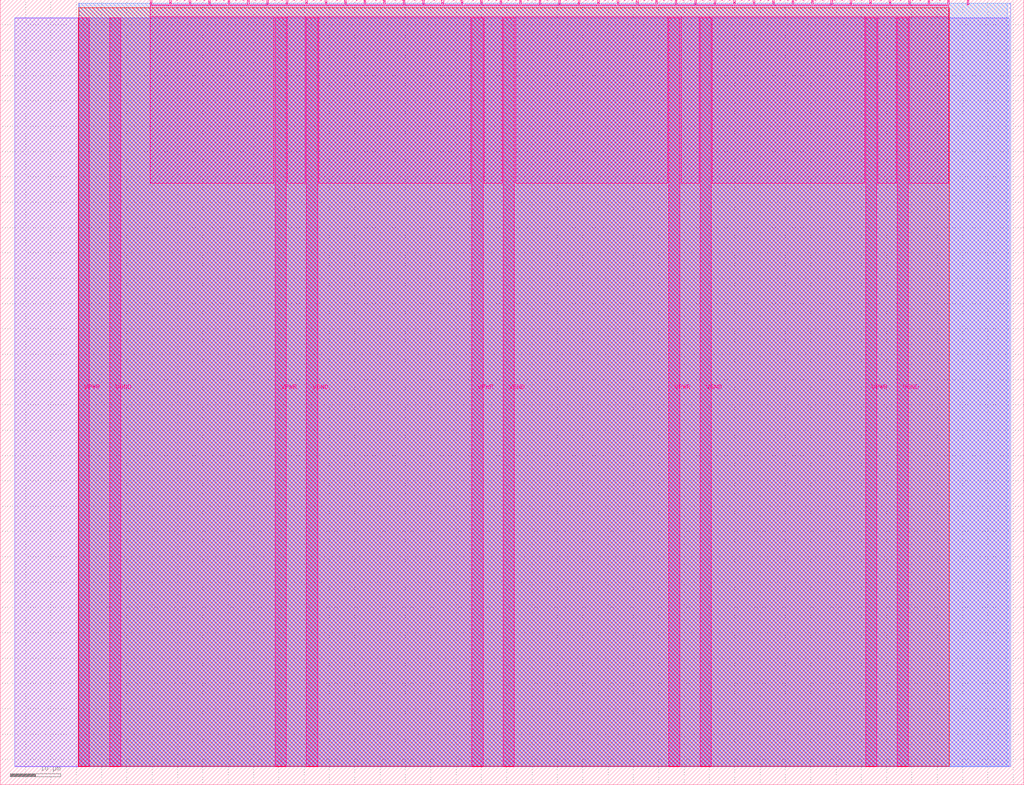
<source format=lef>
VERSION 5.7 ;
  NOWIREEXTENSIONATPIN ON ;
  DIVIDERCHAR "/" ;
  BUSBITCHARS "[]" ;
MACRO tt_um_wokwi_group_12
  CLASS BLOCK ;
  FOREIGN tt_um_wokwi_group_12 ;
  ORIGIN 0.000 0.000 ;
  SIZE 202.080 BY 154.980 ;
  PIN VGND
    DIRECTION INOUT ;
    USE GROUND ;
    PORT
      LAYER Metal5 ;
        RECT 21.580 3.560 23.780 151.420 ;
    END
    PORT
      LAYER Metal5 ;
        RECT 60.450 3.560 62.650 151.420 ;
    END
    PORT
      LAYER Metal5 ;
        RECT 99.320 3.560 101.520 151.420 ;
    END
    PORT
      LAYER Metal5 ;
        RECT 138.190 3.560 140.390 151.420 ;
    END
    PORT
      LAYER Metal5 ;
        RECT 177.060 3.560 179.260 151.420 ;
    END
  END VGND
  PIN VPWR
    DIRECTION INOUT ;
    USE POWER ;
    PORT
      LAYER Metal5 ;
        RECT 15.380 3.560 17.580 151.420 ;
    END
    PORT
      LAYER Metal5 ;
        RECT 54.250 3.560 56.450 151.420 ;
    END
    PORT
      LAYER Metal5 ;
        RECT 93.120 3.560 95.320 151.420 ;
    END
    PORT
      LAYER Metal5 ;
        RECT 131.990 3.560 134.190 151.420 ;
    END
    PORT
      LAYER Metal5 ;
        RECT 170.860 3.560 173.060 151.420 ;
    END
  END VPWR
  PIN clk
    DIRECTION INPUT ;
    USE SIGNAL ;
    ANTENNAGATEAREA 0.426400 ;
    PORT
      LAYER Metal5 ;
        RECT 187.050 153.980 187.350 154.980 ;
    END
  END clk
  PIN ena
    DIRECTION INPUT ;
    USE SIGNAL ;
    PORT
      LAYER Metal5 ;
        RECT 190.890 153.980 191.190 154.980 ;
    END
  END ena
  PIN rst_n
    DIRECTION INPUT ;
    USE SIGNAL ;
    ANTENNAGATEAREA 0.180700 ;
    PORT
      LAYER Metal5 ;
        RECT 183.210 153.980 183.510 154.980 ;
    END
  END rst_n
  PIN ui_in[0]
    DIRECTION INPUT ;
    USE SIGNAL ;
    ANTENNAGATEAREA 0.213200 ;
    PORT
      LAYER Metal5 ;
        RECT 179.370 153.980 179.670 154.980 ;
    END
  END ui_in[0]
  PIN ui_in[1]
    DIRECTION INPUT ;
    USE SIGNAL ;
    ANTENNAGATEAREA 0.213200 ;
    PORT
      LAYER Metal5 ;
        RECT 175.530 153.980 175.830 154.980 ;
    END
  END ui_in[1]
  PIN ui_in[2]
    DIRECTION INPUT ;
    USE SIGNAL ;
    ANTENNAGATEAREA 0.495300 ;
    PORT
      LAYER Metal5 ;
        RECT 171.690 153.980 171.990 154.980 ;
    END
  END ui_in[2]
  PIN ui_in[3]
    DIRECTION INPUT ;
    USE SIGNAL ;
    ANTENNAGATEAREA 0.180700 ;
    PORT
      LAYER Metal5 ;
        RECT 167.850 153.980 168.150 154.980 ;
    END
  END ui_in[3]
  PIN ui_in[4]
    DIRECTION INPUT ;
    USE SIGNAL ;
    ANTENNAGATEAREA 0.213200 ;
    PORT
      LAYER Metal5 ;
        RECT 164.010 153.980 164.310 154.980 ;
    END
  END ui_in[4]
  PIN ui_in[5]
    DIRECTION INPUT ;
    USE SIGNAL ;
    ANTENNAGATEAREA 0.708500 ;
    PORT
      LAYER Metal5 ;
        RECT 160.170 153.980 160.470 154.980 ;
    END
  END ui_in[5]
  PIN ui_in[6]
    DIRECTION INPUT ;
    USE SIGNAL ;
    ANTENNAGATEAREA 0.213200 ;
    PORT
      LAYER Metal5 ;
        RECT 156.330 153.980 156.630 154.980 ;
    END
  END ui_in[6]
  PIN ui_in[7]
    DIRECTION INPUT ;
    USE SIGNAL ;
    ANTENNAGATEAREA 0.180700 ;
    PORT
      LAYER Metal5 ;
        RECT 152.490 153.980 152.790 154.980 ;
    END
  END ui_in[7]
  PIN uio_in[0]
    DIRECTION INPUT ;
    USE SIGNAL ;
    ANTENNAGATEAREA 0.213200 ;
    PORT
      LAYER Metal5 ;
        RECT 148.650 153.980 148.950 154.980 ;
    END
  END uio_in[0]
  PIN uio_in[1]
    DIRECTION INPUT ;
    USE SIGNAL ;
    ANTENNAGATEAREA 0.213200 ;
    PORT
      LAYER Metal5 ;
        RECT 144.810 153.980 145.110 154.980 ;
    END
  END uio_in[1]
  PIN uio_in[2]
    DIRECTION INPUT ;
    USE SIGNAL ;
    ANTENNAGATEAREA 0.213200 ;
    PORT
      LAYER Metal5 ;
        RECT 140.970 153.980 141.270 154.980 ;
    END
  END uio_in[2]
  PIN uio_in[3]
    DIRECTION INPUT ;
    USE SIGNAL ;
    ANTENNAGATEAREA 0.213200 ;
    PORT
      LAYER Metal5 ;
        RECT 137.130 153.980 137.430 154.980 ;
    END
  END uio_in[3]
  PIN uio_in[4]
    DIRECTION INPUT ;
    USE SIGNAL ;
    PORT
      LAYER Metal5 ;
        RECT 133.290 153.980 133.590 154.980 ;
    END
  END uio_in[4]
  PIN uio_in[5]
    DIRECTION INPUT ;
    USE SIGNAL ;
    PORT
      LAYER Metal5 ;
        RECT 129.450 153.980 129.750 154.980 ;
    END
  END uio_in[5]
  PIN uio_in[6]
    DIRECTION INPUT ;
    USE SIGNAL ;
    PORT
      LAYER Metal5 ;
        RECT 125.610 153.980 125.910 154.980 ;
    END
  END uio_in[6]
  PIN uio_in[7]
    DIRECTION INPUT ;
    USE SIGNAL ;
    PORT
      LAYER Metal5 ;
        RECT 121.770 153.980 122.070 154.980 ;
    END
  END uio_in[7]
  PIN uio_oe[0]
    DIRECTION OUTPUT ;
    USE SIGNAL ;
    ANTENNADIFFAREA 0.299200 ;
    PORT
      LAYER Metal5 ;
        RECT 56.490 153.980 56.790 154.980 ;
    END
  END uio_oe[0]
  PIN uio_oe[1]
    DIRECTION OUTPUT ;
    USE SIGNAL ;
    ANTENNADIFFAREA 0.299200 ;
    PORT
      LAYER Metal5 ;
        RECT 52.650 153.980 52.950 154.980 ;
    END
  END uio_oe[1]
  PIN uio_oe[2]
    DIRECTION OUTPUT ;
    USE SIGNAL ;
    ANTENNADIFFAREA 0.299200 ;
    PORT
      LAYER Metal5 ;
        RECT 48.810 153.980 49.110 154.980 ;
    END
  END uio_oe[2]
  PIN uio_oe[3]
    DIRECTION OUTPUT ;
    USE SIGNAL ;
    ANTENNADIFFAREA 0.299200 ;
    PORT
      LAYER Metal5 ;
        RECT 44.970 153.980 45.270 154.980 ;
    END
  END uio_oe[3]
  PIN uio_oe[4]
    DIRECTION OUTPUT ;
    USE SIGNAL ;
    ANTENNADIFFAREA 0.299200 ;
    PORT
      LAYER Metal5 ;
        RECT 41.130 153.980 41.430 154.980 ;
    END
  END uio_oe[4]
  PIN uio_oe[5]
    DIRECTION OUTPUT ;
    USE SIGNAL ;
    ANTENNADIFFAREA 0.299200 ;
    PORT
      LAYER Metal5 ;
        RECT 37.290 153.980 37.590 154.980 ;
    END
  END uio_oe[5]
  PIN uio_oe[6]
    DIRECTION OUTPUT ;
    USE SIGNAL ;
    ANTENNADIFFAREA 0.299200 ;
    PORT
      LAYER Metal5 ;
        RECT 33.450 153.980 33.750 154.980 ;
    END
  END uio_oe[6]
  PIN uio_oe[7]
    DIRECTION OUTPUT ;
    USE SIGNAL ;
    ANTENNADIFFAREA 0.299200 ;
    PORT
      LAYER Metal5 ;
        RECT 29.610 153.980 29.910 154.980 ;
    END
  END uio_oe[7]
  PIN uio_out[0]
    DIRECTION OUTPUT ;
    USE SIGNAL ;
    ANTENNADIFFAREA 0.299200 ;
    PORT
      LAYER Metal5 ;
        RECT 87.210 153.980 87.510 154.980 ;
    END
  END uio_out[0]
  PIN uio_out[1]
    DIRECTION OUTPUT ;
    USE SIGNAL ;
    ANTENNADIFFAREA 0.299200 ;
    PORT
      LAYER Metal5 ;
        RECT 83.370 153.980 83.670 154.980 ;
    END
  END uio_out[1]
  PIN uio_out[2]
    DIRECTION OUTPUT ;
    USE SIGNAL ;
    ANTENNADIFFAREA 0.299200 ;
    PORT
      LAYER Metal5 ;
        RECT 79.530 153.980 79.830 154.980 ;
    END
  END uio_out[2]
  PIN uio_out[3]
    DIRECTION OUTPUT ;
    USE SIGNAL ;
    ANTENNADIFFAREA 0.299200 ;
    PORT
      LAYER Metal5 ;
        RECT 75.690 153.980 75.990 154.980 ;
    END
  END uio_out[3]
  PIN uio_out[4]
    DIRECTION OUTPUT ;
    USE SIGNAL ;
    ANTENNADIFFAREA 0.299200 ;
    PORT
      LAYER Metal5 ;
        RECT 71.850 153.980 72.150 154.980 ;
    END
  END uio_out[4]
  PIN uio_out[5]
    DIRECTION OUTPUT ;
    USE SIGNAL ;
    ANTENNADIFFAREA 0.299200 ;
    PORT
      LAYER Metal5 ;
        RECT 68.010 153.980 68.310 154.980 ;
    END
  END uio_out[5]
  PIN uio_out[6]
    DIRECTION OUTPUT ;
    USE SIGNAL ;
    ANTENNADIFFAREA 0.299200 ;
    PORT
      LAYER Metal5 ;
        RECT 64.170 153.980 64.470 154.980 ;
    END
  END uio_out[6]
  PIN uio_out[7]
    DIRECTION OUTPUT ;
    USE SIGNAL ;
    ANTENNADIFFAREA 0.299200 ;
    PORT
      LAYER Metal5 ;
        RECT 60.330 153.980 60.630 154.980 ;
    END
  END uio_out[7]
  PIN uo_out[0]
    DIRECTION OUTPUT ;
    USE SIGNAL ;
    ANTENNADIFFAREA 0.649200 ;
    PORT
      LAYER Metal5 ;
        RECT 117.930 153.980 118.230 154.980 ;
    END
  END uo_out[0]
  PIN uo_out[1]
    DIRECTION OUTPUT ;
    USE SIGNAL ;
    ANTENNADIFFAREA 1.135700 ;
    PORT
      LAYER Metal5 ;
        RECT 114.090 153.980 114.390 154.980 ;
    END
  END uo_out[1]
  PIN uo_out[2]
    DIRECTION OUTPUT ;
    USE SIGNAL ;
    ANTENNADIFFAREA 1.135700 ;
    PORT
      LAYER Metal5 ;
        RECT 110.250 153.980 110.550 154.980 ;
    END
  END uo_out[2]
  PIN uo_out[3]
    DIRECTION OUTPUT ;
    USE SIGNAL ;
    ANTENNADIFFAREA 1.102800 ;
    PORT
      LAYER Metal5 ;
        RECT 106.410 153.980 106.710 154.980 ;
    END
  END uo_out[3]
  PIN uo_out[4]
    DIRECTION OUTPUT ;
    USE SIGNAL ;
    ANTENNADIFFAREA 1.102800 ;
    PORT
      LAYER Metal5 ;
        RECT 102.570 153.980 102.870 154.980 ;
    END
  END uo_out[4]
  PIN uo_out[5]
    DIRECTION OUTPUT ;
    USE SIGNAL ;
    ANTENNADIFFAREA 1.102800 ;
    PORT
      LAYER Metal5 ;
        RECT 98.730 153.980 99.030 154.980 ;
    END
  END uo_out[5]
  PIN uo_out[6]
    DIRECTION OUTPUT ;
    USE SIGNAL ;
    ANTENNADIFFAREA 1.102800 ;
    PORT
      LAYER Metal5 ;
        RECT 94.890 153.980 95.190 154.980 ;
    END
  END uo_out[6]
  PIN uo_out[7]
    DIRECTION OUTPUT ;
    USE SIGNAL ;
    ANTENNADIFFAREA 0.615900 ;
    PORT
      LAYER Metal5 ;
        RECT 91.050 153.980 91.350 154.980 ;
    END
  END uo_out[7]
  OBS
      LAYER GatPoly ;
        RECT 2.880 3.630 199.200 151.350 ;
      LAYER Metal1 ;
        RECT 2.880 3.560 199.200 151.420 ;
      LAYER Metal2 ;
        RECT 15.515 3.680 199.475 154.240 ;
      LAYER Metal3 ;
        RECT 15.560 3.635 198.820 154.285 ;
      LAYER Metal4 ;
        RECT 15.515 3.680 187.345 153.400 ;
      LAYER Metal5 ;
        RECT 30.120 153.770 33.240 153.980 ;
        RECT 33.960 153.770 37.080 153.980 ;
        RECT 37.800 153.770 40.920 153.980 ;
        RECT 41.640 153.770 44.760 153.980 ;
        RECT 45.480 153.770 48.600 153.980 ;
        RECT 49.320 153.770 52.440 153.980 ;
        RECT 53.160 153.770 56.280 153.980 ;
        RECT 57.000 153.770 60.120 153.980 ;
        RECT 60.840 153.770 63.960 153.980 ;
        RECT 64.680 153.770 67.800 153.980 ;
        RECT 68.520 153.770 71.640 153.980 ;
        RECT 72.360 153.770 75.480 153.980 ;
        RECT 76.200 153.770 79.320 153.980 ;
        RECT 80.040 153.770 83.160 153.980 ;
        RECT 83.880 153.770 87.000 153.980 ;
        RECT 87.720 153.770 90.840 153.980 ;
        RECT 91.560 153.770 94.680 153.980 ;
        RECT 95.400 153.770 98.520 153.980 ;
        RECT 99.240 153.770 102.360 153.980 ;
        RECT 103.080 153.770 106.200 153.980 ;
        RECT 106.920 153.770 110.040 153.980 ;
        RECT 110.760 153.770 113.880 153.980 ;
        RECT 114.600 153.770 117.720 153.980 ;
        RECT 118.440 153.770 121.560 153.980 ;
        RECT 122.280 153.770 125.400 153.980 ;
        RECT 126.120 153.770 129.240 153.980 ;
        RECT 129.960 153.770 133.080 153.980 ;
        RECT 133.800 153.770 136.920 153.980 ;
        RECT 137.640 153.770 140.760 153.980 ;
        RECT 141.480 153.770 144.600 153.980 ;
        RECT 145.320 153.770 148.440 153.980 ;
        RECT 149.160 153.770 152.280 153.980 ;
        RECT 153.000 153.770 156.120 153.980 ;
        RECT 156.840 153.770 159.960 153.980 ;
        RECT 160.680 153.770 163.800 153.980 ;
        RECT 164.520 153.770 167.640 153.980 ;
        RECT 168.360 153.770 171.480 153.980 ;
        RECT 172.200 153.770 175.320 153.980 ;
        RECT 176.040 153.770 179.160 153.980 ;
        RECT 179.880 153.770 183.000 153.980 ;
        RECT 183.720 153.770 186.840 153.980 ;
        RECT 29.660 151.630 187.300 153.770 ;
        RECT 29.660 118.715 54.040 151.630 ;
        RECT 56.660 118.715 60.240 151.630 ;
        RECT 62.860 118.715 92.910 151.630 ;
        RECT 95.530 118.715 99.110 151.630 ;
        RECT 101.730 118.715 131.780 151.630 ;
        RECT 134.400 118.715 137.980 151.630 ;
        RECT 140.600 118.715 170.650 151.630 ;
        RECT 173.270 118.715 176.850 151.630 ;
        RECT 179.470 118.715 187.300 151.630 ;
  END
END tt_um_wokwi_group_12
END LIBRARY


</source>
